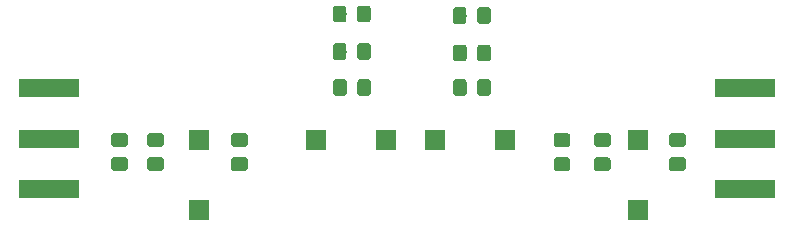
<source format=gbr>
G04 #@! TF.GenerationSoftware,KiCad,Pcbnew,(6.0.0-rc1-dev-305-gf0b8b21)*
G04 #@! TF.CreationDate,2020-01-21T15:09:04-08:00*
G04 #@! TF.ProjectId,3rd Order Inverse Chebyshev,337264204F7264657220496E76657273,rev?*
G04 #@! TF.SameCoordinates,Original*
G04 #@! TF.FileFunction,Paste,Top*
G04 #@! TF.FilePolarity,Positive*
%FSLAX46Y46*%
G04 Gerber Fmt 4.6, Leading zero omitted, Abs format (unit mm)*
G04 Created by KiCad (PCBNEW (6.0.0-rc1-dev-305-gf0b8b21)) date Tuesday, January 21, 2020 at 03:09:04 PM*
%MOMM*%
%LPD*%
G01*
G04 APERTURE LIST*
%ADD10C,0.100000*%
%ADD11C,1.150000*%
%ADD12R,1.778000X1.778000*%
%ADD13R,5.080000X1.500000*%
G04 APERTURE END LIST*
D10*
G04 #@! TO.C,C1*
G36*
X128118505Y-42724204D02*
X128142773Y-42727804D01*
X128166572Y-42733765D01*
X128189671Y-42742030D01*
X128211850Y-42752520D01*
X128232893Y-42765132D01*
X128252599Y-42779747D01*
X128270777Y-42796223D01*
X128287253Y-42814401D01*
X128301868Y-42834107D01*
X128314480Y-42855150D01*
X128324970Y-42877329D01*
X128333235Y-42900428D01*
X128339196Y-42924227D01*
X128342796Y-42948495D01*
X128344000Y-42972999D01*
X128344000Y-43623001D01*
X128342796Y-43647505D01*
X128339196Y-43671773D01*
X128333235Y-43695572D01*
X128324970Y-43718671D01*
X128314480Y-43740850D01*
X128301868Y-43761893D01*
X128287253Y-43781599D01*
X128270777Y-43799777D01*
X128252599Y-43816253D01*
X128232893Y-43830868D01*
X128211850Y-43843480D01*
X128189671Y-43853970D01*
X128166572Y-43862235D01*
X128142773Y-43868196D01*
X128118505Y-43871796D01*
X128094001Y-43873000D01*
X127193999Y-43873000D01*
X127169495Y-43871796D01*
X127145227Y-43868196D01*
X127121428Y-43862235D01*
X127098329Y-43853970D01*
X127076150Y-43843480D01*
X127055107Y-43830868D01*
X127035401Y-43816253D01*
X127017223Y-43799777D01*
X127000747Y-43781599D01*
X126986132Y-43761893D01*
X126973520Y-43740850D01*
X126963030Y-43718671D01*
X126954765Y-43695572D01*
X126948804Y-43671773D01*
X126945204Y-43647505D01*
X126944000Y-43623001D01*
X126944000Y-42972999D01*
X126945204Y-42948495D01*
X126948804Y-42924227D01*
X126954765Y-42900428D01*
X126963030Y-42877329D01*
X126973520Y-42855150D01*
X126986132Y-42834107D01*
X127000747Y-42814401D01*
X127017223Y-42796223D01*
X127035401Y-42779747D01*
X127055107Y-42765132D01*
X127076150Y-42752520D01*
X127098329Y-42742030D01*
X127121428Y-42733765D01*
X127145227Y-42727804D01*
X127169495Y-42724204D01*
X127193999Y-42723000D01*
X128094001Y-42723000D01*
X128118505Y-42724204D01*
X128118505Y-42724204D01*
G37*
D11*
X127644000Y-43298000D03*
D10*
G36*
X128118505Y-44774204D02*
X128142773Y-44777804D01*
X128166572Y-44783765D01*
X128189671Y-44792030D01*
X128211850Y-44802520D01*
X128232893Y-44815132D01*
X128252599Y-44829747D01*
X128270777Y-44846223D01*
X128287253Y-44864401D01*
X128301868Y-44884107D01*
X128314480Y-44905150D01*
X128324970Y-44927329D01*
X128333235Y-44950428D01*
X128339196Y-44974227D01*
X128342796Y-44998495D01*
X128344000Y-45022999D01*
X128344000Y-45673001D01*
X128342796Y-45697505D01*
X128339196Y-45721773D01*
X128333235Y-45745572D01*
X128324970Y-45768671D01*
X128314480Y-45790850D01*
X128301868Y-45811893D01*
X128287253Y-45831599D01*
X128270777Y-45849777D01*
X128252599Y-45866253D01*
X128232893Y-45880868D01*
X128211850Y-45893480D01*
X128189671Y-45903970D01*
X128166572Y-45912235D01*
X128142773Y-45918196D01*
X128118505Y-45921796D01*
X128094001Y-45923000D01*
X127193999Y-45923000D01*
X127169495Y-45921796D01*
X127145227Y-45918196D01*
X127121428Y-45912235D01*
X127098329Y-45903970D01*
X127076150Y-45893480D01*
X127055107Y-45880868D01*
X127035401Y-45866253D01*
X127017223Y-45849777D01*
X127000747Y-45831599D01*
X126986132Y-45811893D01*
X126973520Y-45790850D01*
X126963030Y-45768671D01*
X126954765Y-45745572D01*
X126948804Y-45721773D01*
X126945204Y-45697505D01*
X126944000Y-45673001D01*
X126944000Y-45022999D01*
X126945204Y-44998495D01*
X126948804Y-44974227D01*
X126954765Y-44950428D01*
X126963030Y-44927329D01*
X126973520Y-44905150D01*
X126986132Y-44884107D01*
X127000747Y-44864401D01*
X127017223Y-44846223D01*
X127035401Y-44829747D01*
X127055107Y-44815132D01*
X127076150Y-44802520D01*
X127098329Y-44792030D01*
X127121428Y-44783765D01*
X127145227Y-44777804D01*
X127169495Y-44774204D01*
X127193999Y-44773000D01*
X128094001Y-44773000D01*
X128118505Y-44774204D01*
X128118505Y-44774204D01*
G37*
D11*
X127644000Y-45348000D03*
G04 #@! TD*
D10*
G04 #@! TO.C,C2*
G36*
X131166505Y-44774204D02*
X131190773Y-44777804D01*
X131214572Y-44783765D01*
X131237671Y-44792030D01*
X131259850Y-44802520D01*
X131280893Y-44815132D01*
X131300599Y-44829747D01*
X131318777Y-44846223D01*
X131335253Y-44864401D01*
X131349868Y-44884107D01*
X131362480Y-44905150D01*
X131372970Y-44927329D01*
X131381235Y-44950428D01*
X131387196Y-44974227D01*
X131390796Y-44998495D01*
X131392000Y-45022999D01*
X131392000Y-45673001D01*
X131390796Y-45697505D01*
X131387196Y-45721773D01*
X131381235Y-45745572D01*
X131372970Y-45768671D01*
X131362480Y-45790850D01*
X131349868Y-45811893D01*
X131335253Y-45831599D01*
X131318777Y-45849777D01*
X131300599Y-45866253D01*
X131280893Y-45880868D01*
X131259850Y-45893480D01*
X131237671Y-45903970D01*
X131214572Y-45912235D01*
X131190773Y-45918196D01*
X131166505Y-45921796D01*
X131142001Y-45923000D01*
X130241999Y-45923000D01*
X130217495Y-45921796D01*
X130193227Y-45918196D01*
X130169428Y-45912235D01*
X130146329Y-45903970D01*
X130124150Y-45893480D01*
X130103107Y-45880868D01*
X130083401Y-45866253D01*
X130065223Y-45849777D01*
X130048747Y-45831599D01*
X130034132Y-45811893D01*
X130021520Y-45790850D01*
X130011030Y-45768671D01*
X130002765Y-45745572D01*
X129996804Y-45721773D01*
X129993204Y-45697505D01*
X129992000Y-45673001D01*
X129992000Y-45022999D01*
X129993204Y-44998495D01*
X129996804Y-44974227D01*
X130002765Y-44950428D01*
X130011030Y-44927329D01*
X130021520Y-44905150D01*
X130034132Y-44884107D01*
X130048747Y-44864401D01*
X130065223Y-44846223D01*
X130083401Y-44829747D01*
X130103107Y-44815132D01*
X130124150Y-44802520D01*
X130146329Y-44792030D01*
X130169428Y-44783765D01*
X130193227Y-44777804D01*
X130217495Y-44774204D01*
X130241999Y-44773000D01*
X131142001Y-44773000D01*
X131166505Y-44774204D01*
X131166505Y-44774204D01*
G37*
D11*
X130692000Y-45348000D03*
D10*
G36*
X131166505Y-42724204D02*
X131190773Y-42727804D01*
X131214572Y-42733765D01*
X131237671Y-42742030D01*
X131259850Y-42752520D01*
X131280893Y-42765132D01*
X131300599Y-42779747D01*
X131318777Y-42796223D01*
X131335253Y-42814401D01*
X131349868Y-42834107D01*
X131362480Y-42855150D01*
X131372970Y-42877329D01*
X131381235Y-42900428D01*
X131387196Y-42924227D01*
X131390796Y-42948495D01*
X131392000Y-42972999D01*
X131392000Y-43623001D01*
X131390796Y-43647505D01*
X131387196Y-43671773D01*
X131381235Y-43695572D01*
X131372970Y-43718671D01*
X131362480Y-43740850D01*
X131349868Y-43761893D01*
X131335253Y-43781599D01*
X131318777Y-43799777D01*
X131300599Y-43816253D01*
X131280893Y-43830868D01*
X131259850Y-43843480D01*
X131237671Y-43853970D01*
X131214572Y-43862235D01*
X131190773Y-43868196D01*
X131166505Y-43871796D01*
X131142001Y-43873000D01*
X130241999Y-43873000D01*
X130217495Y-43871796D01*
X130193227Y-43868196D01*
X130169428Y-43862235D01*
X130146329Y-43853970D01*
X130124150Y-43843480D01*
X130103107Y-43830868D01*
X130083401Y-43816253D01*
X130065223Y-43799777D01*
X130048747Y-43781599D01*
X130034132Y-43761893D01*
X130021520Y-43740850D01*
X130011030Y-43718671D01*
X130002765Y-43695572D01*
X129996804Y-43671773D01*
X129993204Y-43647505D01*
X129992000Y-43623001D01*
X129992000Y-42972999D01*
X129993204Y-42948495D01*
X129996804Y-42924227D01*
X130002765Y-42900428D01*
X130011030Y-42877329D01*
X130021520Y-42855150D01*
X130034132Y-42834107D01*
X130048747Y-42814401D01*
X130065223Y-42796223D01*
X130083401Y-42779747D01*
X130103107Y-42765132D01*
X130124150Y-42752520D01*
X130146329Y-42742030D01*
X130169428Y-42733765D01*
X130193227Y-42727804D01*
X130217495Y-42724204D01*
X130241999Y-42723000D01*
X131142001Y-42723000D01*
X131166505Y-42724204D01*
X131166505Y-42724204D01*
G37*
D11*
X130692000Y-43298000D03*
G04 #@! TD*
D12*
G04 #@! TO.C,C3*
X134366000Y-43307000D03*
X134366000Y-49242472D03*
G04 #@! TD*
G04 #@! TO.C,C5*
X144272000Y-43307000D03*
X150207472Y-43307000D03*
G04 #@! TD*
G04 #@! TO.C,C7*
X160274000Y-43307000D03*
X154338528Y-43307000D03*
G04 #@! TD*
D10*
G04 #@! TO.C,C8*
G36*
X175353505Y-42724204D02*
X175377773Y-42727804D01*
X175401572Y-42733765D01*
X175424671Y-42742030D01*
X175446850Y-42752520D01*
X175467893Y-42765132D01*
X175487599Y-42779747D01*
X175505777Y-42796223D01*
X175522253Y-42814401D01*
X175536868Y-42834107D01*
X175549480Y-42855150D01*
X175559970Y-42877329D01*
X175568235Y-42900428D01*
X175574196Y-42924227D01*
X175577796Y-42948495D01*
X175579000Y-42972999D01*
X175579000Y-43623001D01*
X175577796Y-43647505D01*
X175574196Y-43671773D01*
X175568235Y-43695572D01*
X175559970Y-43718671D01*
X175549480Y-43740850D01*
X175536868Y-43761893D01*
X175522253Y-43781599D01*
X175505777Y-43799777D01*
X175487599Y-43816253D01*
X175467893Y-43830868D01*
X175446850Y-43843480D01*
X175424671Y-43853970D01*
X175401572Y-43862235D01*
X175377773Y-43868196D01*
X175353505Y-43871796D01*
X175329001Y-43873000D01*
X174428999Y-43873000D01*
X174404495Y-43871796D01*
X174380227Y-43868196D01*
X174356428Y-43862235D01*
X174333329Y-43853970D01*
X174311150Y-43843480D01*
X174290107Y-43830868D01*
X174270401Y-43816253D01*
X174252223Y-43799777D01*
X174235747Y-43781599D01*
X174221132Y-43761893D01*
X174208520Y-43740850D01*
X174198030Y-43718671D01*
X174189765Y-43695572D01*
X174183804Y-43671773D01*
X174180204Y-43647505D01*
X174179000Y-43623001D01*
X174179000Y-42972999D01*
X174180204Y-42948495D01*
X174183804Y-42924227D01*
X174189765Y-42900428D01*
X174198030Y-42877329D01*
X174208520Y-42855150D01*
X174221132Y-42834107D01*
X174235747Y-42814401D01*
X174252223Y-42796223D01*
X174270401Y-42779747D01*
X174290107Y-42765132D01*
X174311150Y-42752520D01*
X174333329Y-42742030D01*
X174356428Y-42733765D01*
X174380227Y-42727804D01*
X174404495Y-42724204D01*
X174428999Y-42723000D01*
X175329001Y-42723000D01*
X175353505Y-42724204D01*
X175353505Y-42724204D01*
G37*
D11*
X174879000Y-43298000D03*
D10*
G36*
X175353505Y-44774204D02*
X175377773Y-44777804D01*
X175401572Y-44783765D01*
X175424671Y-44792030D01*
X175446850Y-44802520D01*
X175467893Y-44815132D01*
X175487599Y-44829747D01*
X175505777Y-44846223D01*
X175522253Y-44864401D01*
X175536868Y-44884107D01*
X175549480Y-44905150D01*
X175559970Y-44927329D01*
X175568235Y-44950428D01*
X175574196Y-44974227D01*
X175577796Y-44998495D01*
X175579000Y-45022999D01*
X175579000Y-45673001D01*
X175577796Y-45697505D01*
X175574196Y-45721773D01*
X175568235Y-45745572D01*
X175559970Y-45768671D01*
X175549480Y-45790850D01*
X175536868Y-45811893D01*
X175522253Y-45831599D01*
X175505777Y-45849777D01*
X175487599Y-45866253D01*
X175467893Y-45880868D01*
X175446850Y-45893480D01*
X175424671Y-45903970D01*
X175401572Y-45912235D01*
X175377773Y-45918196D01*
X175353505Y-45921796D01*
X175329001Y-45923000D01*
X174428999Y-45923000D01*
X174404495Y-45921796D01*
X174380227Y-45918196D01*
X174356428Y-45912235D01*
X174333329Y-45903970D01*
X174311150Y-45893480D01*
X174290107Y-45880868D01*
X174270401Y-45866253D01*
X174252223Y-45849777D01*
X174235747Y-45831599D01*
X174221132Y-45811893D01*
X174208520Y-45790850D01*
X174198030Y-45768671D01*
X174189765Y-45745572D01*
X174183804Y-45721773D01*
X174180204Y-45697505D01*
X174179000Y-45673001D01*
X174179000Y-45022999D01*
X174180204Y-44998495D01*
X174183804Y-44974227D01*
X174189765Y-44950428D01*
X174198030Y-44927329D01*
X174208520Y-44905150D01*
X174221132Y-44884107D01*
X174235747Y-44864401D01*
X174252223Y-44846223D01*
X174270401Y-44829747D01*
X174290107Y-44815132D01*
X174311150Y-44802520D01*
X174333329Y-44792030D01*
X174356428Y-44783765D01*
X174380227Y-44777804D01*
X174404495Y-44774204D01*
X174428999Y-44773000D01*
X175329001Y-44773000D01*
X175353505Y-44774204D01*
X175353505Y-44774204D01*
G37*
D11*
X174879000Y-45348000D03*
G04 #@! TD*
D10*
G04 #@! TO.C,C9*
G36*
X165574505Y-44783204D02*
X165598773Y-44786804D01*
X165622572Y-44792765D01*
X165645671Y-44801030D01*
X165667850Y-44811520D01*
X165688893Y-44824132D01*
X165708599Y-44838747D01*
X165726777Y-44855223D01*
X165743253Y-44873401D01*
X165757868Y-44893107D01*
X165770480Y-44914150D01*
X165780970Y-44936329D01*
X165789235Y-44959428D01*
X165795196Y-44983227D01*
X165798796Y-45007495D01*
X165800000Y-45031999D01*
X165800000Y-45682001D01*
X165798796Y-45706505D01*
X165795196Y-45730773D01*
X165789235Y-45754572D01*
X165780970Y-45777671D01*
X165770480Y-45799850D01*
X165757868Y-45820893D01*
X165743253Y-45840599D01*
X165726777Y-45858777D01*
X165708599Y-45875253D01*
X165688893Y-45889868D01*
X165667850Y-45902480D01*
X165645671Y-45912970D01*
X165622572Y-45921235D01*
X165598773Y-45927196D01*
X165574505Y-45930796D01*
X165550001Y-45932000D01*
X164649999Y-45932000D01*
X164625495Y-45930796D01*
X164601227Y-45927196D01*
X164577428Y-45921235D01*
X164554329Y-45912970D01*
X164532150Y-45902480D01*
X164511107Y-45889868D01*
X164491401Y-45875253D01*
X164473223Y-45858777D01*
X164456747Y-45840599D01*
X164442132Y-45820893D01*
X164429520Y-45799850D01*
X164419030Y-45777671D01*
X164410765Y-45754572D01*
X164404804Y-45730773D01*
X164401204Y-45706505D01*
X164400000Y-45682001D01*
X164400000Y-45031999D01*
X164401204Y-45007495D01*
X164404804Y-44983227D01*
X164410765Y-44959428D01*
X164419030Y-44936329D01*
X164429520Y-44914150D01*
X164442132Y-44893107D01*
X164456747Y-44873401D01*
X164473223Y-44855223D01*
X164491401Y-44838747D01*
X164511107Y-44824132D01*
X164532150Y-44811520D01*
X164554329Y-44801030D01*
X164577428Y-44792765D01*
X164601227Y-44786804D01*
X164625495Y-44783204D01*
X164649999Y-44782000D01*
X165550001Y-44782000D01*
X165574505Y-44783204D01*
X165574505Y-44783204D01*
G37*
D11*
X165100000Y-45357000D03*
D10*
G36*
X165574505Y-42733204D02*
X165598773Y-42736804D01*
X165622572Y-42742765D01*
X165645671Y-42751030D01*
X165667850Y-42761520D01*
X165688893Y-42774132D01*
X165708599Y-42788747D01*
X165726777Y-42805223D01*
X165743253Y-42823401D01*
X165757868Y-42843107D01*
X165770480Y-42864150D01*
X165780970Y-42886329D01*
X165789235Y-42909428D01*
X165795196Y-42933227D01*
X165798796Y-42957495D01*
X165800000Y-42981999D01*
X165800000Y-43632001D01*
X165798796Y-43656505D01*
X165795196Y-43680773D01*
X165789235Y-43704572D01*
X165780970Y-43727671D01*
X165770480Y-43749850D01*
X165757868Y-43770893D01*
X165743253Y-43790599D01*
X165726777Y-43808777D01*
X165708599Y-43825253D01*
X165688893Y-43839868D01*
X165667850Y-43852480D01*
X165645671Y-43862970D01*
X165622572Y-43871235D01*
X165598773Y-43877196D01*
X165574505Y-43880796D01*
X165550001Y-43882000D01*
X164649999Y-43882000D01*
X164625495Y-43880796D01*
X164601227Y-43877196D01*
X164577428Y-43871235D01*
X164554329Y-43862970D01*
X164532150Y-43852480D01*
X164511107Y-43839868D01*
X164491401Y-43825253D01*
X164473223Y-43808777D01*
X164456747Y-43790599D01*
X164442132Y-43770893D01*
X164429520Y-43749850D01*
X164419030Y-43727671D01*
X164410765Y-43704572D01*
X164404804Y-43680773D01*
X164401204Y-43656505D01*
X164400000Y-43632001D01*
X164400000Y-42981999D01*
X164401204Y-42957495D01*
X164404804Y-42933227D01*
X164410765Y-42909428D01*
X164419030Y-42886329D01*
X164429520Y-42864150D01*
X164442132Y-42843107D01*
X164456747Y-42823401D01*
X164473223Y-42805223D01*
X164491401Y-42788747D01*
X164511107Y-42774132D01*
X164532150Y-42761520D01*
X164554329Y-42751030D01*
X164577428Y-42742765D01*
X164601227Y-42736804D01*
X164625495Y-42733204D01*
X164649999Y-42732000D01*
X165550001Y-42732000D01*
X165574505Y-42733204D01*
X165574505Y-42733204D01*
G37*
D11*
X165100000Y-43307000D03*
G04 #@! TD*
D12*
G04 #@! TO.C,C10*
X171577000Y-49242472D03*
X171577000Y-43307000D03*
G04 #@! TD*
D13*
G04 #@! TO.C,J1*
X121666000Y-43180000D03*
X121666000Y-47430000D03*
X121666000Y-38930000D03*
G04 #@! TD*
G04 #@! TO.C,J2*
X180594000Y-47430000D03*
X180594000Y-38930000D03*
X180594000Y-43180000D03*
G04 #@! TD*
D10*
G04 #@! TO.C,L1*
G36*
X138269505Y-42724204D02*
X138293773Y-42727804D01*
X138317572Y-42733765D01*
X138340671Y-42742030D01*
X138362850Y-42752520D01*
X138383893Y-42765132D01*
X138403599Y-42779747D01*
X138421777Y-42796223D01*
X138438253Y-42814401D01*
X138452868Y-42834107D01*
X138465480Y-42855150D01*
X138475970Y-42877329D01*
X138484235Y-42900428D01*
X138490196Y-42924227D01*
X138493796Y-42948495D01*
X138495000Y-42972999D01*
X138495000Y-43623001D01*
X138493796Y-43647505D01*
X138490196Y-43671773D01*
X138484235Y-43695572D01*
X138475970Y-43718671D01*
X138465480Y-43740850D01*
X138452868Y-43761893D01*
X138438253Y-43781599D01*
X138421777Y-43799777D01*
X138403599Y-43816253D01*
X138383893Y-43830868D01*
X138362850Y-43843480D01*
X138340671Y-43853970D01*
X138317572Y-43862235D01*
X138293773Y-43868196D01*
X138269505Y-43871796D01*
X138245001Y-43873000D01*
X137344999Y-43873000D01*
X137320495Y-43871796D01*
X137296227Y-43868196D01*
X137272428Y-43862235D01*
X137249329Y-43853970D01*
X137227150Y-43843480D01*
X137206107Y-43830868D01*
X137186401Y-43816253D01*
X137168223Y-43799777D01*
X137151747Y-43781599D01*
X137137132Y-43761893D01*
X137124520Y-43740850D01*
X137114030Y-43718671D01*
X137105765Y-43695572D01*
X137099804Y-43671773D01*
X137096204Y-43647505D01*
X137095000Y-43623001D01*
X137095000Y-42972999D01*
X137096204Y-42948495D01*
X137099804Y-42924227D01*
X137105765Y-42900428D01*
X137114030Y-42877329D01*
X137124520Y-42855150D01*
X137137132Y-42834107D01*
X137151747Y-42814401D01*
X137168223Y-42796223D01*
X137186401Y-42779747D01*
X137206107Y-42765132D01*
X137227150Y-42752520D01*
X137249329Y-42742030D01*
X137272428Y-42733765D01*
X137296227Y-42727804D01*
X137320495Y-42724204D01*
X137344999Y-42723000D01*
X138245001Y-42723000D01*
X138269505Y-42724204D01*
X138269505Y-42724204D01*
G37*
D11*
X137795000Y-43298000D03*
D10*
G36*
X138269505Y-44774204D02*
X138293773Y-44777804D01*
X138317572Y-44783765D01*
X138340671Y-44792030D01*
X138362850Y-44802520D01*
X138383893Y-44815132D01*
X138403599Y-44829747D01*
X138421777Y-44846223D01*
X138438253Y-44864401D01*
X138452868Y-44884107D01*
X138465480Y-44905150D01*
X138475970Y-44927329D01*
X138484235Y-44950428D01*
X138490196Y-44974227D01*
X138493796Y-44998495D01*
X138495000Y-45022999D01*
X138495000Y-45673001D01*
X138493796Y-45697505D01*
X138490196Y-45721773D01*
X138484235Y-45745572D01*
X138475970Y-45768671D01*
X138465480Y-45790850D01*
X138452868Y-45811893D01*
X138438253Y-45831599D01*
X138421777Y-45849777D01*
X138403599Y-45866253D01*
X138383893Y-45880868D01*
X138362850Y-45893480D01*
X138340671Y-45903970D01*
X138317572Y-45912235D01*
X138293773Y-45918196D01*
X138269505Y-45921796D01*
X138245001Y-45923000D01*
X137344999Y-45923000D01*
X137320495Y-45921796D01*
X137296227Y-45918196D01*
X137272428Y-45912235D01*
X137249329Y-45903970D01*
X137227150Y-45893480D01*
X137206107Y-45880868D01*
X137186401Y-45866253D01*
X137168223Y-45849777D01*
X137151747Y-45831599D01*
X137137132Y-45811893D01*
X137124520Y-45790850D01*
X137114030Y-45768671D01*
X137105765Y-45745572D01*
X137099804Y-45721773D01*
X137096204Y-45697505D01*
X137095000Y-45673001D01*
X137095000Y-45022999D01*
X137096204Y-44998495D01*
X137099804Y-44974227D01*
X137105765Y-44950428D01*
X137114030Y-44927329D01*
X137124520Y-44905150D01*
X137137132Y-44884107D01*
X137151747Y-44864401D01*
X137168223Y-44846223D01*
X137186401Y-44829747D01*
X137206107Y-44815132D01*
X137227150Y-44802520D01*
X137249329Y-44792030D01*
X137272428Y-44783765D01*
X137296227Y-44777804D01*
X137320495Y-44774204D01*
X137344999Y-44773000D01*
X138245001Y-44773000D01*
X138269505Y-44774204D01*
X138269505Y-44774204D01*
G37*
D11*
X137795000Y-45348000D03*
G04 #@! TD*
D10*
G04 #@! TO.C,L2*
G36*
X148685505Y-31940204D02*
X148709773Y-31943804D01*
X148733572Y-31949765D01*
X148756671Y-31958030D01*
X148778850Y-31968520D01*
X148799893Y-31981132D01*
X148819599Y-31995747D01*
X148837777Y-32012223D01*
X148854253Y-32030401D01*
X148868868Y-32050107D01*
X148881480Y-32071150D01*
X148891970Y-32093329D01*
X148900235Y-32116428D01*
X148906196Y-32140227D01*
X148909796Y-32164495D01*
X148911000Y-32188999D01*
X148911000Y-33089001D01*
X148909796Y-33113505D01*
X148906196Y-33137773D01*
X148900235Y-33161572D01*
X148891970Y-33184671D01*
X148881480Y-33206850D01*
X148868868Y-33227893D01*
X148854253Y-33247599D01*
X148837777Y-33265777D01*
X148819599Y-33282253D01*
X148799893Y-33296868D01*
X148778850Y-33309480D01*
X148756671Y-33319970D01*
X148733572Y-33328235D01*
X148709773Y-33334196D01*
X148685505Y-33337796D01*
X148661001Y-33339000D01*
X148010999Y-33339000D01*
X147986495Y-33337796D01*
X147962227Y-33334196D01*
X147938428Y-33328235D01*
X147915329Y-33319970D01*
X147893150Y-33309480D01*
X147872107Y-33296868D01*
X147852401Y-33282253D01*
X147834223Y-33265777D01*
X147817747Y-33247599D01*
X147803132Y-33227893D01*
X147790520Y-33206850D01*
X147780030Y-33184671D01*
X147771765Y-33161572D01*
X147765804Y-33137773D01*
X147762204Y-33113505D01*
X147761000Y-33089001D01*
X147761000Y-32188999D01*
X147762204Y-32164495D01*
X147765804Y-32140227D01*
X147771765Y-32116428D01*
X147780030Y-32093329D01*
X147790520Y-32071150D01*
X147803132Y-32050107D01*
X147817747Y-32030401D01*
X147834223Y-32012223D01*
X147852401Y-31995747D01*
X147872107Y-31981132D01*
X147893150Y-31968520D01*
X147915329Y-31958030D01*
X147938428Y-31949765D01*
X147962227Y-31943804D01*
X147986495Y-31940204D01*
X148010999Y-31939000D01*
X148661001Y-31939000D01*
X148685505Y-31940204D01*
X148685505Y-31940204D01*
G37*
D11*
X148336000Y-32639000D03*
D10*
G36*
X146635505Y-31940204D02*
X146659773Y-31943804D01*
X146683572Y-31949765D01*
X146706671Y-31958030D01*
X146728850Y-31968520D01*
X146749893Y-31981132D01*
X146769599Y-31995747D01*
X146787777Y-32012223D01*
X146804253Y-32030401D01*
X146818868Y-32050107D01*
X146831480Y-32071150D01*
X146841970Y-32093329D01*
X146850235Y-32116428D01*
X146856196Y-32140227D01*
X146859796Y-32164495D01*
X146861000Y-32188999D01*
X146861000Y-33089001D01*
X146859796Y-33113505D01*
X146856196Y-33137773D01*
X146850235Y-33161572D01*
X146841970Y-33184671D01*
X146831480Y-33206850D01*
X146818868Y-33227893D01*
X146804253Y-33247599D01*
X146787777Y-33265777D01*
X146769599Y-33282253D01*
X146749893Y-33296868D01*
X146728850Y-33309480D01*
X146706671Y-33319970D01*
X146683572Y-33328235D01*
X146659773Y-33334196D01*
X146635505Y-33337796D01*
X146611001Y-33339000D01*
X145960999Y-33339000D01*
X145936495Y-33337796D01*
X145912227Y-33334196D01*
X145888428Y-33328235D01*
X145865329Y-33319970D01*
X145843150Y-33309480D01*
X145822107Y-33296868D01*
X145802401Y-33282253D01*
X145784223Y-33265777D01*
X145767747Y-33247599D01*
X145753132Y-33227893D01*
X145740520Y-33206850D01*
X145730030Y-33184671D01*
X145721765Y-33161572D01*
X145715804Y-33137773D01*
X145712204Y-33113505D01*
X145711000Y-33089001D01*
X145711000Y-32188999D01*
X145712204Y-32164495D01*
X145715804Y-32140227D01*
X145721765Y-32116428D01*
X145730030Y-32093329D01*
X145740520Y-32071150D01*
X145753132Y-32050107D01*
X145767747Y-32030401D01*
X145784223Y-32012223D01*
X145802401Y-31995747D01*
X145822107Y-31981132D01*
X145843150Y-31968520D01*
X145865329Y-31958030D01*
X145888428Y-31949765D01*
X145912227Y-31943804D01*
X145936495Y-31940204D01*
X145960999Y-31939000D01*
X146611001Y-31939000D01*
X146635505Y-31940204D01*
X146635505Y-31940204D01*
G37*
D11*
X146286000Y-32639000D03*
G04 #@! TD*
D10*
G04 #@! TO.C,L3*
G36*
X148685505Y-35115204D02*
X148709773Y-35118804D01*
X148733572Y-35124765D01*
X148756671Y-35133030D01*
X148778850Y-35143520D01*
X148799893Y-35156132D01*
X148819599Y-35170747D01*
X148837777Y-35187223D01*
X148854253Y-35205401D01*
X148868868Y-35225107D01*
X148881480Y-35246150D01*
X148891970Y-35268329D01*
X148900235Y-35291428D01*
X148906196Y-35315227D01*
X148909796Y-35339495D01*
X148911000Y-35363999D01*
X148911000Y-36264001D01*
X148909796Y-36288505D01*
X148906196Y-36312773D01*
X148900235Y-36336572D01*
X148891970Y-36359671D01*
X148881480Y-36381850D01*
X148868868Y-36402893D01*
X148854253Y-36422599D01*
X148837777Y-36440777D01*
X148819599Y-36457253D01*
X148799893Y-36471868D01*
X148778850Y-36484480D01*
X148756671Y-36494970D01*
X148733572Y-36503235D01*
X148709773Y-36509196D01*
X148685505Y-36512796D01*
X148661001Y-36514000D01*
X148010999Y-36514000D01*
X147986495Y-36512796D01*
X147962227Y-36509196D01*
X147938428Y-36503235D01*
X147915329Y-36494970D01*
X147893150Y-36484480D01*
X147872107Y-36471868D01*
X147852401Y-36457253D01*
X147834223Y-36440777D01*
X147817747Y-36422599D01*
X147803132Y-36402893D01*
X147790520Y-36381850D01*
X147780030Y-36359671D01*
X147771765Y-36336572D01*
X147765804Y-36312773D01*
X147762204Y-36288505D01*
X147761000Y-36264001D01*
X147761000Y-35363999D01*
X147762204Y-35339495D01*
X147765804Y-35315227D01*
X147771765Y-35291428D01*
X147780030Y-35268329D01*
X147790520Y-35246150D01*
X147803132Y-35225107D01*
X147817747Y-35205401D01*
X147834223Y-35187223D01*
X147852401Y-35170747D01*
X147872107Y-35156132D01*
X147893150Y-35143520D01*
X147915329Y-35133030D01*
X147938428Y-35124765D01*
X147962227Y-35118804D01*
X147986495Y-35115204D01*
X148010999Y-35114000D01*
X148661001Y-35114000D01*
X148685505Y-35115204D01*
X148685505Y-35115204D01*
G37*
D11*
X148336000Y-35814000D03*
D10*
G36*
X146635505Y-35115204D02*
X146659773Y-35118804D01*
X146683572Y-35124765D01*
X146706671Y-35133030D01*
X146728850Y-35143520D01*
X146749893Y-35156132D01*
X146769599Y-35170747D01*
X146787777Y-35187223D01*
X146804253Y-35205401D01*
X146818868Y-35225107D01*
X146831480Y-35246150D01*
X146841970Y-35268329D01*
X146850235Y-35291428D01*
X146856196Y-35315227D01*
X146859796Y-35339495D01*
X146861000Y-35363999D01*
X146861000Y-36264001D01*
X146859796Y-36288505D01*
X146856196Y-36312773D01*
X146850235Y-36336572D01*
X146841970Y-36359671D01*
X146831480Y-36381850D01*
X146818868Y-36402893D01*
X146804253Y-36422599D01*
X146787777Y-36440777D01*
X146769599Y-36457253D01*
X146749893Y-36471868D01*
X146728850Y-36484480D01*
X146706671Y-36494970D01*
X146683572Y-36503235D01*
X146659773Y-36509196D01*
X146635505Y-36512796D01*
X146611001Y-36514000D01*
X145960999Y-36514000D01*
X145936495Y-36512796D01*
X145912227Y-36509196D01*
X145888428Y-36503235D01*
X145865329Y-36494970D01*
X145843150Y-36484480D01*
X145822107Y-36471868D01*
X145802401Y-36457253D01*
X145784223Y-36440777D01*
X145767747Y-36422599D01*
X145753132Y-36402893D01*
X145740520Y-36381850D01*
X145730030Y-36359671D01*
X145721765Y-36336572D01*
X145715804Y-36312773D01*
X145712204Y-36288505D01*
X145711000Y-36264001D01*
X145711000Y-35363999D01*
X145712204Y-35339495D01*
X145715804Y-35315227D01*
X145721765Y-35291428D01*
X145730030Y-35268329D01*
X145740520Y-35246150D01*
X145753132Y-35225107D01*
X145767747Y-35205401D01*
X145784223Y-35187223D01*
X145802401Y-35170747D01*
X145822107Y-35156132D01*
X145843150Y-35143520D01*
X145865329Y-35133030D01*
X145888428Y-35124765D01*
X145912227Y-35118804D01*
X145936495Y-35115204D01*
X145960999Y-35114000D01*
X146611001Y-35114000D01*
X146635505Y-35115204D01*
X146635505Y-35115204D01*
G37*
D11*
X146286000Y-35814000D03*
G04 #@! TD*
D10*
G04 #@! TO.C,L4*
G36*
X156795505Y-32067204D02*
X156819773Y-32070804D01*
X156843572Y-32076765D01*
X156866671Y-32085030D01*
X156888850Y-32095520D01*
X156909893Y-32108132D01*
X156929599Y-32122747D01*
X156947777Y-32139223D01*
X156964253Y-32157401D01*
X156978868Y-32177107D01*
X156991480Y-32198150D01*
X157001970Y-32220329D01*
X157010235Y-32243428D01*
X157016196Y-32267227D01*
X157019796Y-32291495D01*
X157021000Y-32315999D01*
X157021000Y-33216001D01*
X157019796Y-33240505D01*
X157016196Y-33264773D01*
X157010235Y-33288572D01*
X157001970Y-33311671D01*
X156991480Y-33333850D01*
X156978868Y-33354893D01*
X156964253Y-33374599D01*
X156947777Y-33392777D01*
X156929599Y-33409253D01*
X156909893Y-33423868D01*
X156888850Y-33436480D01*
X156866671Y-33446970D01*
X156843572Y-33455235D01*
X156819773Y-33461196D01*
X156795505Y-33464796D01*
X156771001Y-33466000D01*
X156120999Y-33466000D01*
X156096495Y-33464796D01*
X156072227Y-33461196D01*
X156048428Y-33455235D01*
X156025329Y-33446970D01*
X156003150Y-33436480D01*
X155982107Y-33423868D01*
X155962401Y-33409253D01*
X155944223Y-33392777D01*
X155927747Y-33374599D01*
X155913132Y-33354893D01*
X155900520Y-33333850D01*
X155890030Y-33311671D01*
X155881765Y-33288572D01*
X155875804Y-33264773D01*
X155872204Y-33240505D01*
X155871000Y-33216001D01*
X155871000Y-32315999D01*
X155872204Y-32291495D01*
X155875804Y-32267227D01*
X155881765Y-32243428D01*
X155890030Y-32220329D01*
X155900520Y-32198150D01*
X155913132Y-32177107D01*
X155927747Y-32157401D01*
X155944223Y-32139223D01*
X155962401Y-32122747D01*
X155982107Y-32108132D01*
X156003150Y-32095520D01*
X156025329Y-32085030D01*
X156048428Y-32076765D01*
X156072227Y-32070804D01*
X156096495Y-32067204D01*
X156120999Y-32066000D01*
X156771001Y-32066000D01*
X156795505Y-32067204D01*
X156795505Y-32067204D01*
G37*
D11*
X156446000Y-32766000D03*
D10*
G36*
X158845505Y-32067204D02*
X158869773Y-32070804D01*
X158893572Y-32076765D01*
X158916671Y-32085030D01*
X158938850Y-32095520D01*
X158959893Y-32108132D01*
X158979599Y-32122747D01*
X158997777Y-32139223D01*
X159014253Y-32157401D01*
X159028868Y-32177107D01*
X159041480Y-32198150D01*
X159051970Y-32220329D01*
X159060235Y-32243428D01*
X159066196Y-32267227D01*
X159069796Y-32291495D01*
X159071000Y-32315999D01*
X159071000Y-33216001D01*
X159069796Y-33240505D01*
X159066196Y-33264773D01*
X159060235Y-33288572D01*
X159051970Y-33311671D01*
X159041480Y-33333850D01*
X159028868Y-33354893D01*
X159014253Y-33374599D01*
X158997777Y-33392777D01*
X158979599Y-33409253D01*
X158959893Y-33423868D01*
X158938850Y-33436480D01*
X158916671Y-33446970D01*
X158893572Y-33455235D01*
X158869773Y-33461196D01*
X158845505Y-33464796D01*
X158821001Y-33466000D01*
X158170999Y-33466000D01*
X158146495Y-33464796D01*
X158122227Y-33461196D01*
X158098428Y-33455235D01*
X158075329Y-33446970D01*
X158053150Y-33436480D01*
X158032107Y-33423868D01*
X158012401Y-33409253D01*
X157994223Y-33392777D01*
X157977747Y-33374599D01*
X157963132Y-33354893D01*
X157950520Y-33333850D01*
X157940030Y-33311671D01*
X157931765Y-33288572D01*
X157925804Y-33264773D01*
X157922204Y-33240505D01*
X157921000Y-33216001D01*
X157921000Y-32315999D01*
X157922204Y-32291495D01*
X157925804Y-32267227D01*
X157931765Y-32243428D01*
X157940030Y-32220329D01*
X157950520Y-32198150D01*
X157963132Y-32177107D01*
X157977747Y-32157401D01*
X157994223Y-32139223D01*
X158012401Y-32122747D01*
X158032107Y-32108132D01*
X158053150Y-32095520D01*
X158075329Y-32085030D01*
X158098428Y-32076765D01*
X158122227Y-32070804D01*
X158146495Y-32067204D01*
X158170999Y-32066000D01*
X158821001Y-32066000D01*
X158845505Y-32067204D01*
X158845505Y-32067204D01*
G37*
D11*
X158496000Y-32766000D03*
G04 #@! TD*
D10*
G04 #@! TO.C,L5*
G36*
X158854505Y-35242204D02*
X158878773Y-35245804D01*
X158902572Y-35251765D01*
X158925671Y-35260030D01*
X158947850Y-35270520D01*
X158968893Y-35283132D01*
X158988599Y-35297747D01*
X159006777Y-35314223D01*
X159023253Y-35332401D01*
X159037868Y-35352107D01*
X159050480Y-35373150D01*
X159060970Y-35395329D01*
X159069235Y-35418428D01*
X159075196Y-35442227D01*
X159078796Y-35466495D01*
X159080000Y-35490999D01*
X159080000Y-36391001D01*
X159078796Y-36415505D01*
X159075196Y-36439773D01*
X159069235Y-36463572D01*
X159060970Y-36486671D01*
X159050480Y-36508850D01*
X159037868Y-36529893D01*
X159023253Y-36549599D01*
X159006777Y-36567777D01*
X158988599Y-36584253D01*
X158968893Y-36598868D01*
X158947850Y-36611480D01*
X158925671Y-36621970D01*
X158902572Y-36630235D01*
X158878773Y-36636196D01*
X158854505Y-36639796D01*
X158830001Y-36641000D01*
X158179999Y-36641000D01*
X158155495Y-36639796D01*
X158131227Y-36636196D01*
X158107428Y-36630235D01*
X158084329Y-36621970D01*
X158062150Y-36611480D01*
X158041107Y-36598868D01*
X158021401Y-36584253D01*
X158003223Y-36567777D01*
X157986747Y-36549599D01*
X157972132Y-36529893D01*
X157959520Y-36508850D01*
X157949030Y-36486671D01*
X157940765Y-36463572D01*
X157934804Y-36439773D01*
X157931204Y-36415505D01*
X157930000Y-36391001D01*
X157930000Y-35490999D01*
X157931204Y-35466495D01*
X157934804Y-35442227D01*
X157940765Y-35418428D01*
X157949030Y-35395329D01*
X157959520Y-35373150D01*
X157972132Y-35352107D01*
X157986747Y-35332401D01*
X158003223Y-35314223D01*
X158021401Y-35297747D01*
X158041107Y-35283132D01*
X158062150Y-35270520D01*
X158084329Y-35260030D01*
X158107428Y-35251765D01*
X158131227Y-35245804D01*
X158155495Y-35242204D01*
X158179999Y-35241000D01*
X158830001Y-35241000D01*
X158854505Y-35242204D01*
X158854505Y-35242204D01*
G37*
D11*
X158505000Y-35941000D03*
D10*
G36*
X156804505Y-35242204D02*
X156828773Y-35245804D01*
X156852572Y-35251765D01*
X156875671Y-35260030D01*
X156897850Y-35270520D01*
X156918893Y-35283132D01*
X156938599Y-35297747D01*
X156956777Y-35314223D01*
X156973253Y-35332401D01*
X156987868Y-35352107D01*
X157000480Y-35373150D01*
X157010970Y-35395329D01*
X157019235Y-35418428D01*
X157025196Y-35442227D01*
X157028796Y-35466495D01*
X157030000Y-35490999D01*
X157030000Y-36391001D01*
X157028796Y-36415505D01*
X157025196Y-36439773D01*
X157019235Y-36463572D01*
X157010970Y-36486671D01*
X157000480Y-36508850D01*
X156987868Y-36529893D01*
X156973253Y-36549599D01*
X156956777Y-36567777D01*
X156938599Y-36584253D01*
X156918893Y-36598868D01*
X156897850Y-36611480D01*
X156875671Y-36621970D01*
X156852572Y-36630235D01*
X156828773Y-36636196D01*
X156804505Y-36639796D01*
X156780001Y-36641000D01*
X156129999Y-36641000D01*
X156105495Y-36639796D01*
X156081227Y-36636196D01*
X156057428Y-36630235D01*
X156034329Y-36621970D01*
X156012150Y-36611480D01*
X155991107Y-36598868D01*
X155971401Y-36584253D01*
X155953223Y-36567777D01*
X155936747Y-36549599D01*
X155922132Y-36529893D01*
X155909520Y-36508850D01*
X155899030Y-36486671D01*
X155890765Y-36463572D01*
X155884804Y-36439773D01*
X155881204Y-36415505D01*
X155880000Y-36391001D01*
X155880000Y-35490999D01*
X155881204Y-35466495D01*
X155884804Y-35442227D01*
X155890765Y-35418428D01*
X155899030Y-35395329D01*
X155909520Y-35373150D01*
X155922132Y-35352107D01*
X155936747Y-35332401D01*
X155953223Y-35314223D01*
X155971401Y-35297747D01*
X155991107Y-35283132D01*
X156012150Y-35270520D01*
X156034329Y-35260030D01*
X156057428Y-35251765D01*
X156081227Y-35245804D01*
X156105495Y-35242204D01*
X156129999Y-35241000D01*
X156780001Y-35241000D01*
X156804505Y-35242204D01*
X156804505Y-35242204D01*
G37*
D11*
X156455000Y-35941000D03*
G04 #@! TD*
D10*
G04 #@! TO.C,L6*
G36*
X168994505Y-42724204D02*
X169018773Y-42727804D01*
X169042572Y-42733765D01*
X169065671Y-42742030D01*
X169087850Y-42752520D01*
X169108893Y-42765132D01*
X169128599Y-42779747D01*
X169146777Y-42796223D01*
X169163253Y-42814401D01*
X169177868Y-42834107D01*
X169190480Y-42855150D01*
X169200970Y-42877329D01*
X169209235Y-42900428D01*
X169215196Y-42924227D01*
X169218796Y-42948495D01*
X169220000Y-42972999D01*
X169220000Y-43623001D01*
X169218796Y-43647505D01*
X169215196Y-43671773D01*
X169209235Y-43695572D01*
X169200970Y-43718671D01*
X169190480Y-43740850D01*
X169177868Y-43761893D01*
X169163253Y-43781599D01*
X169146777Y-43799777D01*
X169128599Y-43816253D01*
X169108893Y-43830868D01*
X169087850Y-43843480D01*
X169065671Y-43853970D01*
X169042572Y-43862235D01*
X169018773Y-43868196D01*
X168994505Y-43871796D01*
X168970001Y-43873000D01*
X168069999Y-43873000D01*
X168045495Y-43871796D01*
X168021227Y-43868196D01*
X167997428Y-43862235D01*
X167974329Y-43853970D01*
X167952150Y-43843480D01*
X167931107Y-43830868D01*
X167911401Y-43816253D01*
X167893223Y-43799777D01*
X167876747Y-43781599D01*
X167862132Y-43761893D01*
X167849520Y-43740850D01*
X167839030Y-43718671D01*
X167830765Y-43695572D01*
X167824804Y-43671773D01*
X167821204Y-43647505D01*
X167820000Y-43623001D01*
X167820000Y-42972999D01*
X167821204Y-42948495D01*
X167824804Y-42924227D01*
X167830765Y-42900428D01*
X167839030Y-42877329D01*
X167849520Y-42855150D01*
X167862132Y-42834107D01*
X167876747Y-42814401D01*
X167893223Y-42796223D01*
X167911401Y-42779747D01*
X167931107Y-42765132D01*
X167952150Y-42752520D01*
X167974329Y-42742030D01*
X167997428Y-42733765D01*
X168021227Y-42727804D01*
X168045495Y-42724204D01*
X168069999Y-42723000D01*
X168970001Y-42723000D01*
X168994505Y-42724204D01*
X168994505Y-42724204D01*
G37*
D11*
X168520000Y-43298000D03*
D10*
G36*
X168994505Y-44774204D02*
X169018773Y-44777804D01*
X169042572Y-44783765D01*
X169065671Y-44792030D01*
X169087850Y-44802520D01*
X169108893Y-44815132D01*
X169128599Y-44829747D01*
X169146777Y-44846223D01*
X169163253Y-44864401D01*
X169177868Y-44884107D01*
X169190480Y-44905150D01*
X169200970Y-44927329D01*
X169209235Y-44950428D01*
X169215196Y-44974227D01*
X169218796Y-44998495D01*
X169220000Y-45022999D01*
X169220000Y-45673001D01*
X169218796Y-45697505D01*
X169215196Y-45721773D01*
X169209235Y-45745572D01*
X169200970Y-45768671D01*
X169190480Y-45790850D01*
X169177868Y-45811893D01*
X169163253Y-45831599D01*
X169146777Y-45849777D01*
X169128599Y-45866253D01*
X169108893Y-45880868D01*
X169087850Y-45893480D01*
X169065671Y-45903970D01*
X169042572Y-45912235D01*
X169018773Y-45918196D01*
X168994505Y-45921796D01*
X168970001Y-45923000D01*
X168069999Y-45923000D01*
X168045495Y-45921796D01*
X168021227Y-45918196D01*
X167997428Y-45912235D01*
X167974329Y-45903970D01*
X167952150Y-45893480D01*
X167931107Y-45880868D01*
X167911401Y-45866253D01*
X167893223Y-45849777D01*
X167876747Y-45831599D01*
X167862132Y-45811893D01*
X167849520Y-45790850D01*
X167839030Y-45768671D01*
X167830765Y-45745572D01*
X167824804Y-45721773D01*
X167821204Y-45697505D01*
X167820000Y-45673001D01*
X167820000Y-45022999D01*
X167821204Y-44998495D01*
X167824804Y-44974227D01*
X167830765Y-44950428D01*
X167839030Y-44927329D01*
X167849520Y-44905150D01*
X167862132Y-44884107D01*
X167876747Y-44864401D01*
X167893223Y-44846223D01*
X167911401Y-44829747D01*
X167931107Y-44815132D01*
X167952150Y-44802520D01*
X167974329Y-44792030D01*
X167997428Y-44783765D01*
X168021227Y-44777804D01*
X168045495Y-44774204D01*
X168069999Y-44773000D01*
X168970001Y-44773000D01*
X168994505Y-44774204D01*
X168994505Y-44774204D01*
G37*
D11*
X168520000Y-45348000D03*
G04 #@! TD*
D10*
G04 #@! TO.C,C4*
G36*
X146658505Y-38163204D02*
X146682773Y-38166804D01*
X146706572Y-38172765D01*
X146729671Y-38181030D01*
X146751850Y-38191520D01*
X146772893Y-38204132D01*
X146792599Y-38218747D01*
X146810777Y-38235223D01*
X146827253Y-38253401D01*
X146841868Y-38273107D01*
X146854480Y-38294150D01*
X146864970Y-38316329D01*
X146873235Y-38339428D01*
X146879196Y-38363227D01*
X146882796Y-38387495D01*
X146884000Y-38411999D01*
X146884000Y-39312001D01*
X146882796Y-39336505D01*
X146879196Y-39360773D01*
X146873235Y-39384572D01*
X146864970Y-39407671D01*
X146854480Y-39429850D01*
X146841868Y-39450893D01*
X146827253Y-39470599D01*
X146810777Y-39488777D01*
X146792599Y-39505253D01*
X146772893Y-39519868D01*
X146751850Y-39532480D01*
X146729671Y-39542970D01*
X146706572Y-39551235D01*
X146682773Y-39557196D01*
X146658505Y-39560796D01*
X146634001Y-39562000D01*
X145983999Y-39562000D01*
X145959495Y-39560796D01*
X145935227Y-39557196D01*
X145911428Y-39551235D01*
X145888329Y-39542970D01*
X145866150Y-39532480D01*
X145845107Y-39519868D01*
X145825401Y-39505253D01*
X145807223Y-39488777D01*
X145790747Y-39470599D01*
X145776132Y-39450893D01*
X145763520Y-39429850D01*
X145753030Y-39407671D01*
X145744765Y-39384572D01*
X145738804Y-39360773D01*
X145735204Y-39336505D01*
X145734000Y-39312001D01*
X145734000Y-38411999D01*
X145735204Y-38387495D01*
X145738804Y-38363227D01*
X145744765Y-38339428D01*
X145753030Y-38316329D01*
X145763520Y-38294150D01*
X145776132Y-38273107D01*
X145790747Y-38253401D01*
X145807223Y-38235223D01*
X145825401Y-38218747D01*
X145845107Y-38204132D01*
X145866150Y-38191520D01*
X145888329Y-38181030D01*
X145911428Y-38172765D01*
X145935227Y-38166804D01*
X145959495Y-38163204D01*
X145983999Y-38162000D01*
X146634001Y-38162000D01*
X146658505Y-38163204D01*
X146658505Y-38163204D01*
G37*
D11*
X146309000Y-38862000D03*
D10*
G36*
X148708505Y-38163204D02*
X148732773Y-38166804D01*
X148756572Y-38172765D01*
X148779671Y-38181030D01*
X148801850Y-38191520D01*
X148822893Y-38204132D01*
X148842599Y-38218747D01*
X148860777Y-38235223D01*
X148877253Y-38253401D01*
X148891868Y-38273107D01*
X148904480Y-38294150D01*
X148914970Y-38316329D01*
X148923235Y-38339428D01*
X148929196Y-38363227D01*
X148932796Y-38387495D01*
X148934000Y-38411999D01*
X148934000Y-39312001D01*
X148932796Y-39336505D01*
X148929196Y-39360773D01*
X148923235Y-39384572D01*
X148914970Y-39407671D01*
X148904480Y-39429850D01*
X148891868Y-39450893D01*
X148877253Y-39470599D01*
X148860777Y-39488777D01*
X148842599Y-39505253D01*
X148822893Y-39519868D01*
X148801850Y-39532480D01*
X148779671Y-39542970D01*
X148756572Y-39551235D01*
X148732773Y-39557196D01*
X148708505Y-39560796D01*
X148684001Y-39562000D01*
X148033999Y-39562000D01*
X148009495Y-39560796D01*
X147985227Y-39557196D01*
X147961428Y-39551235D01*
X147938329Y-39542970D01*
X147916150Y-39532480D01*
X147895107Y-39519868D01*
X147875401Y-39505253D01*
X147857223Y-39488777D01*
X147840747Y-39470599D01*
X147826132Y-39450893D01*
X147813520Y-39429850D01*
X147803030Y-39407671D01*
X147794765Y-39384572D01*
X147788804Y-39360773D01*
X147785204Y-39336505D01*
X147784000Y-39312001D01*
X147784000Y-38411999D01*
X147785204Y-38387495D01*
X147788804Y-38363227D01*
X147794765Y-38339428D01*
X147803030Y-38316329D01*
X147813520Y-38294150D01*
X147826132Y-38273107D01*
X147840747Y-38253401D01*
X147857223Y-38235223D01*
X147875401Y-38218747D01*
X147895107Y-38204132D01*
X147916150Y-38191520D01*
X147938329Y-38181030D01*
X147961428Y-38172765D01*
X147985227Y-38166804D01*
X148009495Y-38163204D01*
X148033999Y-38162000D01*
X148684001Y-38162000D01*
X148708505Y-38163204D01*
X148708505Y-38163204D01*
G37*
D11*
X148359000Y-38862000D03*
G04 #@! TD*
D10*
G04 #@! TO.C,C6*
G36*
X158854505Y-38163204D02*
X158878773Y-38166804D01*
X158902572Y-38172765D01*
X158925671Y-38181030D01*
X158947850Y-38191520D01*
X158968893Y-38204132D01*
X158988599Y-38218747D01*
X159006777Y-38235223D01*
X159023253Y-38253401D01*
X159037868Y-38273107D01*
X159050480Y-38294150D01*
X159060970Y-38316329D01*
X159069235Y-38339428D01*
X159075196Y-38363227D01*
X159078796Y-38387495D01*
X159080000Y-38411999D01*
X159080000Y-39312001D01*
X159078796Y-39336505D01*
X159075196Y-39360773D01*
X159069235Y-39384572D01*
X159060970Y-39407671D01*
X159050480Y-39429850D01*
X159037868Y-39450893D01*
X159023253Y-39470599D01*
X159006777Y-39488777D01*
X158988599Y-39505253D01*
X158968893Y-39519868D01*
X158947850Y-39532480D01*
X158925671Y-39542970D01*
X158902572Y-39551235D01*
X158878773Y-39557196D01*
X158854505Y-39560796D01*
X158830001Y-39562000D01*
X158179999Y-39562000D01*
X158155495Y-39560796D01*
X158131227Y-39557196D01*
X158107428Y-39551235D01*
X158084329Y-39542970D01*
X158062150Y-39532480D01*
X158041107Y-39519868D01*
X158021401Y-39505253D01*
X158003223Y-39488777D01*
X157986747Y-39470599D01*
X157972132Y-39450893D01*
X157959520Y-39429850D01*
X157949030Y-39407671D01*
X157940765Y-39384572D01*
X157934804Y-39360773D01*
X157931204Y-39336505D01*
X157930000Y-39312001D01*
X157930000Y-38411999D01*
X157931204Y-38387495D01*
X157934804Y-38363227D01*
X157940765Y-38339428D01*
X157949030Y-38316329D01*
X157959520Y-38294150D01*
X157972132Y-38273107D01*
X157986747Y-38253401D01*
X158003223Y-38235223D01*
X158021401Y-38218747D01*
X158041107Y-38204132D01*
X158062150Y-38191520D01*
X158084329Y-38181030D01*
X158107428Y-38172765D01*
X158131227Y-38166804D01*
X158155495Y-38163204D01*
X158179999Y-38162000D01*
X158830001Y-38162000D01*
X158854505Y-38163204D01*
X158854505Y-38163204D01*
G37*
D11*
X158505000Y-38862000D03*
D10*
G36*
X156804505Y-38163204D02*
X156828773Y-38166804D01*
X156852572Y-38172765D01*
X156875671Y-38181030D01*
X156897850Y-38191520D01*
X156918893Y-38204132D01*
X156938599Y-38218747D01*
X156956777Y-38235223D01*
X156973253Y-38253401D01*
X156987868Y-38273107D01*
X157000480Y-38294150D01*
X157010970Y-38316329D01*
X157019235Y-38339428D01*
X157025196Y-38363227D01*
X157028796Y-38387495D01*
X157030000Y-38411999D01*
X157030000Y-39312001D01*
X157028796Y-39336505D01*
X157025196Y-39360773D01*
X157019235Y-39384572D01*
X157010970Y-39407671D01*
X157000480Y-39429850D01*
X156987868Y-39450893D01*
X156973253Y-39470599D01*
X156956777Y-39488777D01*
X156938599Y-39505253D01*
X156918893Y-39519868D01*
X156897850Y-39532480D01*
X156875671Y-39542970D01*
X156852572Y-39551235D01*
X156828773Y-39557196D01*
X156804505Y-39560796D01*
X156780001Y-39562000D01*
X156129999Y-39562000D01*
X156105495Y-39560796D01*
X156081227Y-39557196D01*
X156057428Y-39551235D01*
X156034329Y-39542970D01*
X156012150Y-39532480D01*
X155991107Y-39519868D01*
X155971401Y-39505253D01*
X155953223Y-39488777D01*
X155936747Y-39470599D01*
X155922132Y-39450893D01*
X155909520Y-39429850D01*
X155899030Y-39407671D01*
X155890765Y-39384572D01*
X155884804Y-39360773D01*
X155881204Y-39336505D01*
X155880000Y-39312001D01*
X155880000Y-38411999D01*
X155881204Y-38387495D01*
X155884804Y-38363227D01*
X155890765Y-38339428D01*
X155899030Y-38316329D01*
X155909520Y-38294150D01*
X155922132Y-38273107D01*
X155936747Y-38253401D01*
X155953223Y-38235223D01*
X155971401Y-38218747D01*
X155991107Y-38204132D01*
X156012150Y-38191520D01*
X156034329Y-38181030D01*
X156057428Y-38172765D01*
X156081227Y-38166804D01*
X156105495Y-38163204D01*
X156129999Y-38162000D01*
X156780001Y-38162000D01*
X156804505Y-38163204D01*
X156804505Y-38163204D01*
G37*
D11*
X156455000Y-38862000D03*
G04 #@! TD*
M02*

</source>
